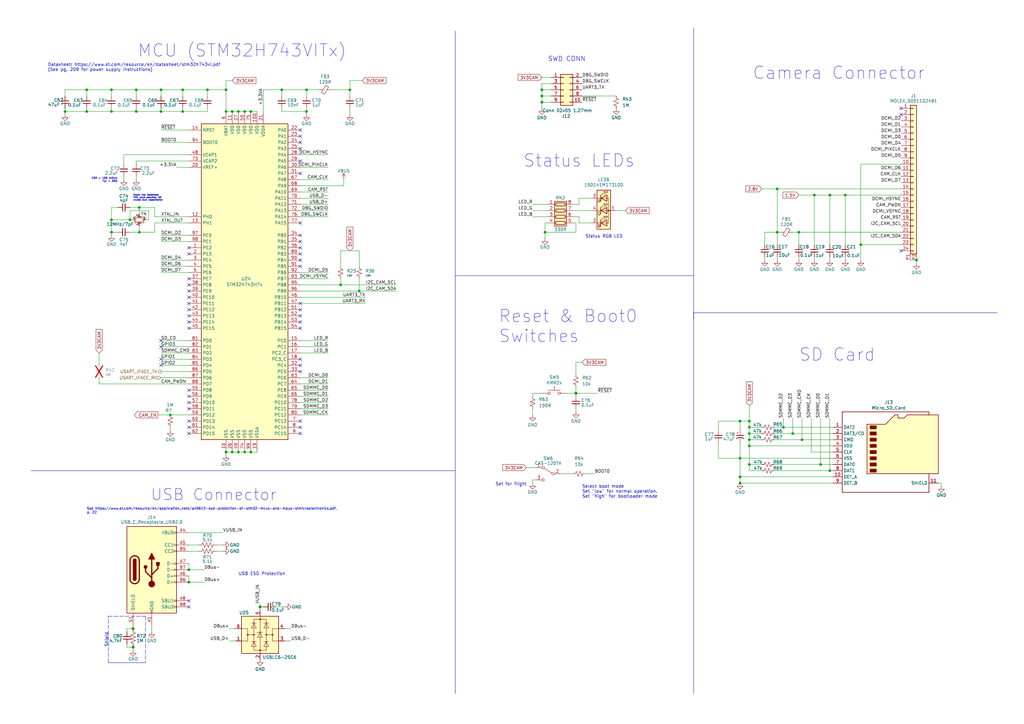
<source format=kicad_sch>
(kicad_sch (version 20231120) (generator "eeschema") (generator_version "8.0")
  (paper "A3")
  (title_block (title "ChipSat") (date "2024-05-30") (rev "0.2") (company "RExLab Carnegie Mellon University") (comment 1 "Z.Manchester") (comment 2 "N.Khera") (comment 3 "M.Holliday") (comment 4 "K.Kanavouras"))
  (junction (at 92.71 36.83))
  (junction (at 85.09 36.83))
  (junction (at 53.34 90.17))
  (junction (at 303.53 187.96))
  (junction (at 35.56 36.83))
  (junction (at 35.56 45.72))
  (junction (at 100.33 185.42))
  (junction (at 336.55 190.5))
  (junction (at 95.25 185.42))
  (junction (at 307.34 172.72))
  (junction (at 325.12 177.8))
  (junction (at 125.73 36.83))
  (junction (at 303.53 198.12))
  (junction (at 318.77 95.25))
  (junction (at 92.71 185.42))
  (junction (at 102.87 185.42))
  (junction (at 45.72 90.17))
  (junction (at 66.04 36.83))
  (junction (at 74.93 45.72))
  (junction (at 77.47 233.68))
  (junction (at 100.33 45.72))
  (junction (at 92.71 45.72))
  (junction (at 222.25 36.83))
  (junction (at 307.34 175.26))
  (junction (at 147.32 119.38))
  (junction (at 340.36 80.01))
  (junction (at 318.77 77.47))
  (junction (at 327.66 95.25))
  (junction (at 55.88 36.83))
  (junction (at 303.53 195.58))
  (junction (at 54.61 257.81) (diameter 1.016))
  (junction (at 222.25 41.91))
  (junction (at 106.68 248.92) (diameter 1.016))
  (junction (at 97.79 185.42))
  (junction (at 236.22 161.29) (diameter 1.016))
  (junction (at 57.15 85.09))
  (junction (at 26.67 45.72))
  (junction (at 222.25 39.37))
  (junction (at 223.52 95.25))
  (junction (at 375.92 106.68))
  (junction (at 95.25 45.72))
  (junction (at 45.72 45.72))
  (junction (at 54.61 265.43) (diameter 1.016))
  (junction (at 57.15 95.25))
  (junction (at 143.51 36.83))
  (junction (at 328.93 180.34))
  (junction (at 125.73 45.72))
  (junction (at 303.53 172.72))
  (junction (at 307.34 182.88))
  (junction (at 340.36 193.04))
  (junction (at 45.72 36.83))
  (junction (at 97.79 45.72))
  (junction (at 346.71 80.01))
  (junction (at 66.04 45.72))
  (junction (at 139.7 116.84))
  (junction (at 321.31 175.26))
  (junction (at 353.06 100.33))
  (junction (at 74.93 36.83))
  (junction (at 334.01 80.01))
  (junction (at 45.72 95.25))
  (junction (at 55.88 45.72))
  (junction (at 77.47 238.76))
  (junction (at 307.34 177.8))
  (junction (at 102.87 45.72))
  (junction (at 69.85 170.18))
  (junction (at 307.34 180.34))
  (junction (at 307.34 190.5))
  (junction (at 115.57 36.83))
  (no_connect (at 123.19 71.12))
  (no_connect (at 77.47 116.84))
  (no_connect (at 77.47 160.02))
  (no_connect (at 77.47 119.38))
  (no_connect (at 77.47 162.56))
  (no_connect (at 123.19 91.44))
  (no_connect (at 123.19 99.06))
  (no_connect (at 123.19 149.86))
  (no_connect (at 77.47 165.1))
  (no_connect (at 123.19 60.96))
  (no_connect (at 77.47 104.14))
  (no_connect (at 66.04 147.32))
  (no_connect (at 123.19 177.8))
  (no_connect (at 77.47 172.72))
  (no_connect (at 77.47 127))
  (no_connect (at 123.19 124.46))
  (no_connect (at 123.19 109.22))
  (no_connect (at 66.04 149.86))
  (no_connect (at 369.57 102.87))
  (no_connect (at 77.47 114.3))
  (no_connect (at 123.19 106.68))
  (no_connect (at 77.47 175.26))
  (no_connect (at 123.19 53.34))
  (no_connect (at 77.47 101.6))
  (no_connect (at 123.19 129.54))
  (no_connect (at 123.19 134.62))
  (no_connect (at 123.19 101.6))
  (no_connect (at 77.47 177.8))
  (no_connect (at 77.47 129.54))
  (no_connect (at 123.19 104.14))
  (no_connect (at 123.19 55.88))
  (no_connect (at 77.47 248.92))
  (no_connect (at 123.19 127))
  (no_connect (at 66.04 142.24))
  (no_connect (at 123.19 132.08))
  (no_connect (at 77.47 167.64))
  (no_connect (at 123.19 96.52))
  (no_connect (at 123.19 147.32))
  (no_connect (at 77.47 132.08))
  (no_connect (at 123.19 58.42))
  (no_connect (at 123.19 172.72))
  (no_connect (at 123.19 175.26))
  (no_connect (at 77.47 246.38))
  (no_connect (at 77.47 134.62))
  (no_connect (at 123.19 152.4))
  (no_connect (at 369.57 46.99))
  (no_connect (at 369.57 44.45))
  (no_connect (at 66.04 139.7))
  (no_connect (at 77.47 124.46))
  (no_connect (at 123.19 66.04))
  (no_connect (at 77.47 121.92))
  (wire (pts (xy 35.56 45.72) (xy 26.67 45.72)))
  (wire (pts (xy 147.32 114.3) (xy 147.32 119.38)))
  (wire (pts (xy 346.71 80.01) (xy 369.57 80.01)))
  (wire (pts (xy 328.93 180.34) (xy 341.63 180.34)))
  (wire (pts (xy 52.07 264.16) (xy 52.07 265.43)))
  (wire (pts (xy 147.32 119.38) (xy 162.56 119.38)))
  (wire (pts (xy 327.66 80.01) (xy 334.01 80.01)))
  (wire (pts (xy 50.8 63.5) (xy 77.47 63.5)))
  (wire (pts (xy 53.34 90.17) (xy 53.34 86.36)))
  (wire (pts (xy 66.04 154.94) (xy 77.47 154.94)))
  (wire (pts (xy 45.72 95.25) (xy 45.72 96.52)))
  (wire (pts (xy 92.71 36.83) (xy 85.09 36.83)))
  (wire (pts (xy 222.25 161.29) (xy 218.44 161.29)))
  (wire (pts (xy 139.7 102.87) (xy 139.7 109.22)))
  (wire (pts (xy 223.52 91.44) (xy 223.52 95.25)))
  (wire (pts (xy 91.44 223.52) (xy 88.9 223.52)))
  (wire (pts (xy 375.92 106.68) (xy 375.92 107.95)))
  (polyline (pts (xy 44.45 252.73) (xy 59.69 252.73)) (stroke (width 0) (type dash)))
  (wire (pts (xy 234.95 88.9) (xy 237.49 88.9)))
  (wire (pts (xy 66.04 144.78) (xy 77.47 144.78)))
  (wire (pts (xy 92.71 185.42) (xy 95.25 185.42)))
  (wire (pts (xy 303.53 172.72) (xy 307.34 172.72)))
  (wire (pts (xy 26.67 44.45) (xy 26.67 45.72)))
  (wire (pts (xy 139.7 114.3) (xy 139.7 116.84)))
  (wire (pts (xy 232.41 161.29) (xy 236.22 161.29)))
  (wire (pts (xy 325.12 177.8) (xy 341.63 177.8)))
  (polyline (pts (xy 186.69 113.03) (xy 284.48 113.03)))
  (wire (pts (xy 307.34 177.8) (xy 312.42 177.8)))
  (wire (pts (xy 115.57 39.37) (xy 115.57 36.83)))
  (wire (pts (xy 336.55 171.45) (xy 336.55 190.5)))
  (wire (pts (xy 307.34 172.72) (xy 307.34 175.26)))
  (wire (pts (xy 294.64 176.53) (xy 294.64 172.72)))
  (wire (pts (xy 303.53 187.96) (xy 303.53 195.58)))
  (wire (pts (xy 373.38 106.68) (xy 375.92 106.68)))
  (wire (pts (xy 72.39 68.58) (xy 77.47 68.58)))
  (polyline (pts (xy 44.45 271.78) (xy 44.45 252.73)) (stroke (width 0) (type dash)))
  (wire (pts (xy 66.04 96.52) (xy 77.47 96.52)))
  (wire (pts (xy 85.09 44.45) (xy 85.09 45.72)))
  (wire (pts (xy 226.06 36.83) (xy 222.25 36.83)))
  (wire (pts (xy 222.25 39.37) (xy 226.06 39.37)))
  (wire (pts (xy 252.73 39.37) (xy 238.76 39.37)))
  (wire (pts (xy 317.5 177.8) (xy 325.12 177.8)))
  (wire (pts (xy 95.25 33.02) (xy 92.71 33.02)))
  (wire (pts (xy 97.79 185.42) (xy 100.33 185.42)))
  (wire (pts (xy 116.84 257.81) (xy 119.38 257.81)))
  (wire (pts (xy 134.62 142.24) (xy 123.19 142.24)))
  (wire (pts (xy 74.93 45.72) (xy 66.04 45.72)))
  (wire (pts (xy 55.88 66.04) (xy 77.47 66.04)))
  (wire (pts (xy 52.07 265.43) (xy 54.61 265.43)))
  (wire (pts (xy 218.44 86.36) (xy 224.79 86.36)))
  (wire (pts (xy 226.06 31.75) (xy 222.25 31.75)))
  (wire (pts (xy 307.34 175.26) (xy 312.42 175.26)))
  (wire (pts (xy 321.31 171.45) (xy 321.31 175.26)))
  (wire (pts (xy 139.7 116.84) (xy 162.56 116.84)))
  (wire (pts (xy 123.19 76.2) (xy 140.97 76.2)))
  (wire (pts (xy 353.06 100.33) (xy 369.57 100.33)))
  (wire (pts (xy 50.8 63.5) (xy 50.8 67.31)))
  (wire (pts (xy 334.01 80.01) (xy 334.01 100.33)))
  (wire (pts (xy 226.06 34.29) (xy 222.25 34.29)))
  (polyline (pts (xy 44.45 271.78) (xy 59.69 271.78)))
  (wire (pts (xy 106.68 250.19) (xy 106.68 248.92)))
  (wire (pts (xy 236.22 148.59) (xy 236.22 153.67)))
  (wire (pts (xy 35.56 39.37) (xy 35.56 36.83)))
  (wire (pts (xy 125.73 36.83) (xy 130.81 36.83)))
  (wire (pts (xy 40.64 157.48) (xy 40.64 154.94)))
  (wire (pts (xy 353.06 67.31) (xy 353.06 100.33)))
  (wire (pts (xy 238.76 148.59) (xy 236.22 148.59)))
  (wire (pts (xy 107.95 248.92) (xy 106.68 248.92)))
  (wire (pts (xy 125.73 44.45) (xy 125.73 45.72)))
  (wire (pts (xy 54.61 257.81) (xy 52.07 257.81)))
  (wire (pts (xy 134.62 83.82) (xy 123.19 83.82)))
  (wire (pts (xy 307.34 177.8) (xy 307.34 180.34)))
  (wire (pts (xy 92.71 45.72) (xy 95.25 45.72)))
  (wire (pts (xy 66.04 39.37) (xy 66.04 36.83)))
  (wire (pts (xy 77.47 231.14) (xy 77.47 233.68)))
  (wire (pts (xy 386.08 198.12) (xy 384.81 198.12)))
  (wire (pts (xy 317.5 193.04) (xy 340.36 193.04)))
  (wire (pts (xy 328.93 171.45) (xy 328.93 180.34)))
  (wire (pts (xy 303.53 195.58) (xy 303.53 198.12)))
  (wire (pts (xy 106.68 247.65) (xy 106.68 248.92)))
  (wire (pts (xy 317.5 175.26) (xy 321.31 175.26)))
  (wire (pts (xy 318.77 95.25) (xy 318.77 100.33)))
  (wire (pts (xy 35.56 44.45) (xy 35.56 45.72)))
  (wire (pts (xy 134.62 167.64) (xy 123.19 167.64)))
  (wire (pts (xy 55.88 39.37) (xy 55.88 36.83)))
  (wire (pts (xy 134.62 139.7) (xy 123.19 139.7)))
  (wire (pts (xy 66.04 152.4) (xy 77.47 152.4)))
  (wire (pts (xy 45.72 90.17) (xy 53.34 90.17)))
  (wire (pts (xy 222.25 41.91) (xy 222.25 39.37)))
  (wire (pts (xy 307.34 190.5) (xy 307.34 193.04)))
  (wire (pts (xy 340.36 105.41) (xy 340.36 106.68)))
  (wire (pts (xy 134.62 78.74) (xy 123.19 78.74)))
  (wire (pts (xy 307.34 182.88) (xy 341.63 182.88)))
  (wire (pts (xy 321.31 175.26) (xy 341.63 175.26)))
  (wire (pts (xy 95.25 45.72) (xy 97.79 45.72)))
  (wire (pts (xy 125.73 39.37) (xy 125.73 36.83)))
  (wire (pts (xy 107.95 36.83) (xy 115.57 36.83)))
  (wire (pts (xy 102.87 185.42) (xy 105.41 185.42)))
  (wire (pts (xy 325.12 171.45) (xy 325.12 177.8)))
  (wire (pts (xy 237.49 81.28) (xy 242.57 81.28)))
  (wire (pts (xy 63.5 91.44) (xy 63.5 95.25)))
  (wire (pts (xy 134.62 114.3) (xy 123.19 114.3)))
  (wire (pts (xy 97.79 45.72) (xy 100.33 45.72)))
  (wire (pts (xy 55.88 36.83) (xy 45.72 36.83)))
  (wire (pts (xy 240.03 194.31) (xy 243.84 194.31)))
  (wire (pts (xy 66.04 111.76) (xy 77.47 111.76)))
  (wire (pts (xy 54.61 265.43) (xy 54.61 266.7)))
  (wire (pts (xy 318.77 105.41) (xy 318.77 106.68)))
  (wire (pts (xy 123.19 121.92) (xy 149.86 121.92)))
  (wire (pts (xy 222.25 41.91) (xy 226.06 41.91)))
  (wire (pts (xy 123.19 119.38) (xy 147.32 119.38)))
  (wire (pts (xy 318.77 77.47) (xy 318.77 95.25)))
  (wire (pts (xy 139.7 102.87) (xy 147.32 102.87)))
  (wire (pts (xy 55.88 45.72) (xy 45.72 45.72)))
  (wire (pts (xy 294.64 181.61) (xy 294.64 187.96)))
  (wire (pts (xy 95.25 185.42) (xy 97.79 185.42)))
  (wire (pts (xy 307.34 166.37) (xy 307.34 172.72)))
  (wire (pts (xy 53.34 86.36) (xy 60.96 86.36)))
  (wire (pts (xy 74.93 44.45) (xy 74.93 45.72)))
  (wire (pts (xy 303.53 181.61) (xy 303.53 187.96)))
  (polyline (pts (xy 284.48 128.27) (xy 408.94 128.27)))
  (wire (pts (xy 353.06 67.31) (xy 369.57 67.31)))
  (wire (pts (xy 45.72 45.72) (xy 35.56 45.72)))
  (wire (pts (xy 40.64 157.48) (xy 77.47 157.48)))
  (wire (pts (xy 307.34 193.04) (xy 312.42 193.04)))
  (wire (pts (xy 125.73 46.99) (xy 125.73 45.72)))
  (wire (pts (xy 63.5 85.09) (xy 63.5 88.9)))
  (wire (pts (xy 77.47 236.22) (xy 77.47 238.76)))
  (wire (pts (xy 318.77 77.47) (xy 369.57 77.47)))
  (wire (pts (xy 134.62 154.94) (xy 123.19 154.94)))
  (wire (pts (xy 74.93 36.83) (xy 66.04 36.83)))
  (wire (pts (xy 53.34 90.17) (xy 54.61 90.17)))
  (wire (pts (xy 353.06 100.33) (xy 353.06 106.68)))
  (wire (pts (xy 332.74 185.42) (xy 341.63 185.42)))
  (wire (pts (xy 218.44 88.9) (xy 224.79 88.9)))
  (wire (pts (xy 45.72 90.17) (xy 45.72 95.25)))
  (wire (pts (xy 102.87 45.72) (xy 105.41 45.72)))
  (wire (pts (xy 66.04 99.06) (xy 77.47 99.06)))
  (wire (pts (xy 341.63 198.12) (xy 303.53 198.12)))
  (wire (pts (xy 48.26 85.09) (xy 45.72 85.09)))
  (wire (pts (xy 237.49 83.82) (xy 237.49 81.28)))
  (wire (pts (xy 66.04 147.32) (xy 77.47 147.32)))
  (wire (pts (xy 313.69 95.25) (xy 318.77 95.25)))
  (wire (pts (xy 66.04 53.34) (xy 77.47 53.34)))
  (wire (pts (xy 218.44 167.64) (xy 218.44 170.18)))
  (wire (pts (xy 222.25 44.45) (xy 222.25 41.91)))
  (wire (pts (xy 223.52 97.79) (xy 223.52 95.25)))
  (wire (pts (xy 236.22 161.29) (xy 236.22 162.56)))
  (wire (pts (xy 294.64 187.96) (xy 303.53 187.96)))
  (wire (pts (xy 92.71 33.02) (xy 92.71 36.83)))
  (wire (pts (xy 26.67 46.99) (xy 26.67 45.72)))
  (polyline (pts (xy 186.69 12.7) (xy 186.69 284.48)))
  (wire (pts (xy 340.36 80.01) (xy 340.36 100.33)))
  (wire (pts (xy 45.72 44.45) (xy 45.72 45.72)))
  (wire (pts (xy 334.01 105.41) (xy 334.01 106.68)))
  (wire (pts (xy 63.5 91.44) (xy 77.47 91.44)))
  (wire (pts (xy 313.69 105.41) (xy 313.69 106.68)))
  (wire (pts (xy 134.62 162.56) (xy 123.19 162.56)))
  (wire (pts (xy 237.49 83.82) (xy 234.95 83.82)))
  (wire (pts (xy 66.04 149.86) (xy 77.47 149.86)))
  (wire (pts (xy 307.34 182.88) (xy 307.34 190.5)))
  (wire (pts (xy 91.44 226.06) (xy 88.9 226.06)))
  (wire (pts (xy 63.5 95.25) (xy 57.15 95.25)))
  (wire (pts (xy 85.09 45.72) (xy 74.93 45.72)))
  (wire (pts (xy 52.07 257.81) (xy 52.07 259.08)))
  (wire (pts (xy 336.55 190.5) (xy 341.63 190.5)))
  (wire (pts (xy 115.57 44.45) (xy 115.57 45.72)))
  (wire (pts (xy 134.62 165.1) (xy 123.19 165.1)))
  (wire (pts (xy 93.98 257.81) (xy 96.52 257.81)))
  (wire (pts (xy 215.9 191.77) (xy 219.71 191.77)))
  (wire (pts (xy 222.25 36.83) (xy 222.25 39.37)))
  (wire (pts (xy 303.53 187.96) (xy 341.63 187.96)))
  (wire (pts (xy 77.47 238.76) (xy 83.82 238.76)))
  (wire (pts (xy 222.25 34.29) (xy 222.25 36.83)))
  (wire (pts (xy 134.62 81.28) (xy 123.19 81.28)))
  (wire (pts (xy 340.36 171.45) (xy 340.36 193.04)))
  (polyline (pts (xy 284.48 130.81) (xy 284.48 128.27)))
  (wire (pts (xy 236.22 167.64) (xy 236.22 168.91)))
  (wire (pts (xy 64.77 170.18) (xy 69.85 170.18)))
  (wire (pts (xy 100.33 185.42) (xy 102.87 185.42)))
  (wire (pts (xy 69.85 176.53) (xy 69.85 175.26)))
  (wire (pts (xy 57.15 87.63) (xy 57.15 85.09)))
  (wire (pts (xy 135.89 36.83) (xy 143.51 36.83)))
  (wire (pts (xy 340.36 80.01) (xy 346.71 80.01)))
  (wire (pts (xy 93.98 262.89) (xy 96.52 262.89)))
  (wire (pts (xy 313.69 100.33) (xy 313.69 95.25)))
  (wire (pts (xy 237.49 88.9) (xy 237.49 91.44)))
  (wire (pts (xy 218.44 196.85) (xy 219.71 196.85)))
  (wire (pts (xy 332.74 171.45) (xy 332.74 185.42)))
  (wire (pts (xy 340.36 193.04) (xy 341.63 193.04)))
  (polyline (pts (xy 59.69 252.73) (xy 59.69 271.78)) (stroke (width 0) (type dash)))
  (wire (pts (xy 45.72 85.09) (xy 45.72 90.17)))
  (wire (pts (xy 143.51 44.45) (xy 143.51 46.99)))
  (polyline (pts (xy 284.48 113.03) (xy 284.48 284.48)))
  (wire (pts (xy 143.51 33.02) (xy 143.51 36.83)))
  (wire (pts (xy 140.97 73.66) (xy 140.97 76.2)))
  (wire (pts (xy 53.34 85.09) (xy 57.15 85.09)))
  (wire (pts (xy 45.72 39.37) (xy 45.72 36.83)))
  (wire (pts (xy 134.62 88.9) (xy 123.19 88.9)))
  (wire (pts (xy 303.53 195.58) (xy 341.63 195.58)))
  (wire (pts (xy 134.62 73.66) (xy 123.19 73.66)))
  (wire (pts (xy 60.96 86.36) (xy 60.96 90.17)))
  (wire (pts (xy 26.67 39.37) (xy 26.67 36.83)))
  (wire (pts (xy 236.22 95.25) (xy 236.22 91.44)))
  (wire (pts (xy 85.09 36.83) (xy 74.93 36.83)))
  (polyline (pts (xy 12.7 193.04) (xy 186.69 193.04)))
  (wire (pts (xy 224.79 91.44) (xy 223.52 91.44)))
  (wire (pts (xy 62.23 256.54) (xy 62.23 259.08)))
  (wire (pts (xy 63.5 88.9) (xy 77.47 88.9)))
  (wire (pts (xy 45.72 36.83) (xy 35.56 36.83)))
  (wire (pts (xy 123.19 124.46) (xy 149.86 124.46)))
  (wire (pts (xy 346.71 80.01) (xy 346.71 100.33)))
  (wire (pts (xy 66.04 36.83) (xy 55.88 36.83)))
  (wire (pts (xy 81.28 223.52) (xy 77.47 223.52)))
  (wire (pts (xy 66.04 142.24) (xy 77.47 142.24)))
  (wire (pts (xy 134.62 160.02) (xy 123.19 160.02)))
  (wire (pts (xy 77.47 218.44) (xy 91.44 218.44)))
  (wire (pts (xy 327.66 95.25) (xy 369.57 95.25)))
  (wire (pts (xy 116.84 262.89) (xy 119.38 262.89)))
  (wire (pts (xy 134.62 86.36) (xy 123.19 86.36)))
  (wire (pts (xy 107.95 36.83) (xy 107.95 45.72)))
  (wire (pts (xy 134.62 157.48) (xy 123.19 157.48)))
  (wire (pts (xy 77.47 233.68) (xy 83.82 233.68)))
  (wire (pts (xy 334.01 80.01) (xy 340.36 80.01)))
  (wire (pts (xy 50.8 72.39) (xy 50.8 73.66)))
  (wire (pts (xy 123.19 116.84) (xy 139.7 116.84)))
  (wire (pts (xy 252.73 86.36) (xy 256.54 86.36)))
  (wire (pts (xy 66.04 109.22) (xy 77.47 109.22)))
  (wire (pts (xy 237.49 91.44) (xy 242.57 91.44)))
  (wire (pts (xy 307.34 180.34) (xy 312.42 180.34)))
  (wire (pts (xy 55.88 72.39) (xy 55.88 73.66)))
  (wire (pts (xy 35.56 36.83) (xy 26.67 36.83)))
  (wire (pts (xy 236.22 161.29) (xy 245.11 161.29)))
  (wire (pts (xy 113.03 248.92) (xy 116.84 248.92)))
  (wire (pts (xy 218.44 161.29) (xy 218.44 162.56)))
  (wire (pts (xy 115.57 36.83) (xy 125.73 36.83)))
  (wire (pts (xy 53.34 95.25) (xy 57.15 95.25)))
  (wire (pts (xy 57.15 95.25) (xy 57.15 92.71)))
  (wire (pts (xy 115.57 45.72) (xy 125.73 45.72)))
  (wire (pts (xy 307.34 180.34) (xy 307.34 182.88)))
  (wire (pts (xy 92.71 186.69) (xy 92.71 185.42)))
  (wire (pts (xy 143.51 39.37) (xy 143.51 36.83)))
  (wire (pts (xy 236.22 161.29) (xy 236.22 158.75)))
  (wire (pts (xy 147.32 102.87) (xy 147.32 109.22)))
  (wire (pts (xy 307.34 175.26) (xy 307.34 177.8)))
  (wire (pts (xy 66.04 45.72) (xy 55.88 45.72)))
  (wire (pts (xy 69.85 170.18) (xy 77.47 170.18)))
  (wire (pts (xy 318.77 95.25) (xy 320.04 95.25)))
  (wire (pts (xy 234.95 86.36) (xy 242.57 86.36)))
  (wire (pts (xy 294.64 172.72) (xy 303.53 172.72)))
  (wire (pts (xy 346.71 106.68) (xy 346.71 105.41)))
  (wire (pts (xy 92.71 36.83) (xy 92.71 45.72)))
  (wire (pts (xy 134.62 111.76) (xy 123.19 111.76)))
  (wire (pts (xy 66.04 106.68) (xy 77.47 106.68)))
  (wire (pts (xy 134.62 63.5) (xy 123.19 63.5)))
  (wire (pts (xy 54.61 256.54) (xy 54.61 257.81)))
  (wire (pts (xy 229.87 194.31) (xy 234.95 194.31)))
  (wire (pts (xy 148.59 33.02) (xy 143.51 33.02)))
  (wire (pts (xy 303.53 172.72) (xy 303.53 176.53)))
  (polyline (pts (xy 284.48 11.43) (xy 284.48 113.03)))
  (wire (pts (xy 55.88 44.45) (xy 55.88 45.72)))
  (wire (pts (xy 223.52 95.25) (xy 236.22 95.25)))
  (wire (pts (xy 40.64 149.86) (xy 40.64 144.78)))
  (wire (pts (xy 55.88 67.31) (xy 55.88 66.04)))
  (wire (pts (xy 74.93 39.37) (xy 74.93 36.83)))
  (wire (pts (xy 317.5 190.5) (xy 336.55 190.5)))
  (wire (pts (xy 134.62 144.78) (xy 123.19 144.78)))
  (wire (pts (xy 81.28 226.06) (xy 77.47 226.06)))
  (wire (pts (xy 312.42 77.47) (xy 318.77 77.47)))
  (wire (pts (xy 327.66 105.41) (xy 327.66 106.68)))
  (wire (pts (xy 218.44 198.12) (xy 218.44 196.85)))
  (wire (pts (xy 45.72 95.25) (xy 48.26 95.25)))
  (wire (pts (xy 325.12 95.25) (xy 327.66 95.25)))
  (wire (pts (xy 66.04 44.45) (xy 66.04 45.72)))
  (wire (pts (xy 134.62 68.58) (xy 123.19 68.58)))
  (wire (pts (xy 386.08 199.39) (xy 386.08 198.12)))
  (wire (pts (xy 307.34 190.5) (xy 312.42 190.5)))
  (wire (pts (xy 66.04 139.7) (xy 77.47 139.7)))
  (wire (pts (xy 317.5 180.34) (xy 328.93 180.34)))
  (wire (pts (xy 218.44 83.82) (xy 224.79 83.82)))
  (wire (pts (xy 60.96 90.17) (xy 59.69 90.17)))
  (wire (pts (xy 85.09 39.37) (xy 85.09 36.83)))
  (wire (pts (xy 134.62 170.18) (xy 123.19 170.18)))
  (wire (pts (xy 100.33 45.72) (xy 102.87 45.72)))
  (wire (pts (xy 236.22 91.44) (xy 234.95 91.44)))
  (wire (pts (xy 327.66 100.33) (xy 327.66 95.25)))
  (wire (pts (xy 57.15 85.09) (xy 63.5 85.09)))
  (wire (pts (xy 66.04 58.42) (xy 77.47 58.42)))
  (text "Reset & Boot0\nSwitches" (at 204.47 140.97 0) (effects (font (size 5.08 5.08)) (justify left bottom)))
  (text "Select boot mode\nSet \"low\" for normal operation.\nSet \"high\" for bootloader mode" (at 238.76 204.47 0) (effects (font (size 1.27 1.27)) (justify left bottom)))
  (text "ESR < 100 mOhm\nTol < 20%" (at 48.26 74.93 0) (effects (font (size 0.762 0.762)) (justify right bottom)))
  (text "Shield" (at 44.45 265.43 90) (effects (font (size 1.27 1.27)) (justify left bottom)))
  (text "See https://www.st.com/resource/en/application_note/an5612-esd-protection-of-stm32-mcus-and-mpus-stmicroelectronics.pdf,\np. 22" (at 35.56 209.55 0) (effects (font (size 1 1)) (justify left)))
  (text "Status RGB LED" (at 240.03 97.79 0) (effects (font (size 1.27 1.27)) (justify left bottom)))
  (text "USB ESD Protection" (at 97.79 236.22 0) (effects (font (size 1.27 1.27)) (justify left bottom)))
  (text "SD Card" (at 327.66 148.59 0) (effects (font (size 5.08 5.08)) (justify left bottom)))
  (text "Status LEDs" (at 237.49 66.04 0) (effects (font (size 5.08 5.08))))
  (text "Set for flight" (at 203.2 199.39 0) (effects (font (size 1.27 1.27)) (justify left bottom)))
  (text "SWD CONN" (at 224.79 25.4 0) (effects (font (size 1.905 1.905)) (justify left bottom)))
  (text "USB Connector" (at 87.63 205.74 0) (effects (font (size 4.572 4.572)) (justify bottom)))
  (text "MCU (STM32H743VITx)" (at 56.388 23.876 0) (effects (font (size 5.08 5.08)) (justify left bottom)))
  (text "Datasheet: https://www.st.com/resource/en/datasheet/stm32h743vi.pdf\n(See pg. 209 for power supply instructions)" (at 19.558 27.686 0) (effects (font (size 1.27 1.27)) (justify left)))
  (text "Check Xtal Datasheet\nThis value assumes 7pF \ncrystal bulk capacitance" (at 54.61 82.55 0) (effects (font (size 0.635 0.635)) (justify left bottom)))
  (text "Camera Connector" (at 308.61 33.02 0) (effects (font (size 5.08 5.08)) (justify left bottom)))
  (label "LED_R" (at 134.62 139.7 180))
  (label "VUSB_IN" (at 91.44 218.44 0))
  (label "SDMMC_CK" (at 134.62 170.18 180))
  (label "GPIO2" (at 66.04 149.86 0))
  (label "DCMI_D2" (at 369.57 49.53 180))
  (label "LED_G" (at 134.62 142.24 180))
  (label "SDMMC_D3" (at 325.12 171.45 90))
  (label "DCMI_D4" (at 66.04 106.68 0))
  (label "DCMI_D5" (at 369.57 64.77 180))
  (label "DCMI_VSYNC" (at 134.62 114.3 180))
  (label "UART3_TX" (at 149.86 121.92 180))
  (label "DCMI_D4" (at 369.57 59.69 180))
  (label "SDMMC_CK" (at 332.74 171.45 90))
  (label "UART3_RX" (at 149.86 124.46 180))
  (label "USB_D-" (at 134.62 81.28 180))
  (label "~{RESET}" (at 66.04 53.34 0))
  (label "DCMI_HSYNC" (at 134.62 63.5 180))
  (label "SDMMC_D2" (at 321.31 171.45 90))
  (label "USB_D+" (at 93.98 262.89 180))
  (label "DCMI_D7" (at 369.57 74.93 180))
  (label "SDMMC_D2" (at 134.62 165.1 180))
  (label "I2C_CAM_SCL" (at 369.57 92.71 180))
  (label "USB_D+" (at 134.62 83.82 180))
  (label "XTAL_OUT" (at 66.04 91.44 0))
  (label "SDMMC_D3" (at 134.62 167.64 180))
  (label "USB_D-" (at 119.38 262.89 0))
  (label "BOOT0" (at 66.04 58.42 0))
  (label "SDMMC_D0" (at 336.55 171.45 90))
  (label "LED_G" (at 218.44 86.36 180))
  (label "BOOT0" (at 243.84 194.31 0))
  (label "I2C_CAM_SCL" (at 162.56 116.84 180))
  (label "+3.3VA" (at 107.95 43.18 90))
  (label "CAM_PWDN" (at 369.57 85.09 180))
  (label "CAM_PWDN" (at 66.04 157.48 0))
  (label "UART3_TX" (at 238.76 36.83 0))
  (label "DCMI_D6" (at 369.57 69.85 180))
  (label "DCMI_D1" (at 134.62 157.48 180))
  (label "SDMMC_D1" (at 134.62 162.56 180))
  (label "SDMMC_D0" (at 134.62 160.02 180))
  (label "DCMI_D7" (at 66.04 111.76 0))
  (label "DCMI_D3" (at 369.57 54.61 180))
  (label "DCMI_D0" (at 134.62 154.94 180))
  (label "DBG_SWDIO" (at 134.62 86.36 180))
  (label "DBus+" (at 93.98 257.81 180))
  (label "DCMI_PIXCLK" (at 369.57 62.23 180))
  (label "CAM_RST" (at 369.57 90.17 180))
  (label "DCMI_D1" (at 369.57 52.07 180))
  (label "VUSB_IN" (at 106.68 247.65 90))
  (label "DBus+" (at 83.82 238.76 0))
  (label "DBG_SWCLK" (at 134.62 88.9 180))
  (label "DCMI_D3" (at 66.04 99.06 0))
  (label "SDMMC_CMD" (at 66.04 144.78 0))
  (label "DBus-" (at 119.38 257.81 0))
  (label "SD_CD" (at 66.04 139.7 0))
  (label "SDMMC_CMD" (at 328.93 171.45 90))
  (label "CAM_CLK" (at 134.62 73.66 180))
  (label "GPIO3" (at 66.04 142.24 0))
  (label "DCMI_D2" (at 66.04 96.52 0))
  (label "I2C_CAM_SDA" (at 369.57 97.79 180))
  (label "DBG_SWDIO" (at 238.76 31.75 0))
  (label "DCMI_HSYNC" (at 369.57 82.55 180))
  (label "LED_B" (at 218.44 88.9 180))
  (label "~{RESET}" (at 245.11 161.29 0))
  (label "DBus-" (at 83.82 233.68 0))
  (label "DCMI_PIXCLK" (at 134.62 68.58 180))
  (label "LED_B" (at 134.62 144.78 180))
  (label "DCMI_D0" (at 369.57 57.15 180))
  (label "DCMI_D6" (at 66.04 109.22 0))
  (label "I2C_CAM_SDA" (at 162.56 119.38 180))
  (label "CAM_CLK" (at 369.57 72.39 180))
  (label "XTAL_IN" (at 66.04 88.9 0))
  (label "CAM_RST" (at 134.62 78.74 180))
  (label "DCMI_VSYNC" (at 369.57 87.63 180))
  (label "GPIO1" (at 66.04 147.32 0))
  (label "LED_R" (at 218.44 83.82 180))
  (label "+3.3VA" (at 72.39 68.58 180))
  (label "DCMI_D5" (at 134.62 111.76 180))
  (label "SDMMC_D1" (at 340.36 171.45 90))
  (label "DBG_SWCLK" (at 238.76 34.29 0))
  (label "~{RESET}" (at 238.76 41.91 0))
  (global_label "3V3CAM" (shape input) (at 256.54 86.36 0) (property "Intersheetrefs" "${INTERSHEET_REFS}" (effects (hide yes))))
  (global_label "CAM_EN" (shape output) (at 64.77 170.18 180) (property "Intersheetrefs" "${INTERSHEET_REFS}" (effects (hide yes))))
  (global_label "2.8V" (shape input) (at 312.42 77.47 180) (property "Intersheetrefs" "${INTERSHEET_REFS}" (effects (hide yes))))
  (global_label "1.5V" (shape input) (at 327.66 80.01 180) (property "Intersheetrefs" "${INTERSHEET_REFS}" (effects (hide yes))))
  (global_label "3V3CAM" (shape input) (at 148.59 33.02 0) (property "Intersheetrefs" "${INTERSHEET_REFS}" (effects (hide yes))))
  (global_label "3V3CAM" (shape input) (at 143.51 102.87 90) (property "Intersheetrefs" "${INTERSHEET_REFS}" (effects (hide yes))))
  (global_label "3V3CAM" (shape input) (at 40.64 144.78 90) (property "Intersheetrefs" "${INTERSHEET_REFS}" (effects (hide yes))))
  (global_label "3V3CAM" (shape input) (at 238.76 148.59 0) (property "Intersheetrefs" "${INTERSHEET_REFS}" (effects (hide yes))))
  (global_label "3V3CAM" (shape input) (at 307.34 166.37 90) (property "Intersheetrefs" "${INTERSHEET_REFS}" (effects (hide yes))))
  (global_label "3V3CAM" (shape input) (at 222.25 31.75 180) (property "Intersheetrefs" "${INTERSHEET_REFS}" (effects (hide yes))))
  (global_label "3V3CAM" (shape input) (at 95.25 33.02 0) (property "Intersheetrefs" "${INTERSHEET_REFS}" (effects (hide yes))))
  (global_label "3V3CAM" (shape input) (at 215.9 191.77 180) (property "Intersheetrefs" "${INTERSHEET_REFS}" (effects (hide yes))))
  (hierarchical_label "USART_IFACE_RX" (shape input) (at 66.04 154.94 180))
  (hierarchical_label "USART_IFACE_TX" (shape output) (at 66.04 152.4 180))
  (symbol (lib_id "Device:C_Small") (at 143.51 41.91 0) (mirror x) (unit 1)
    (property "Reference" "C71" (at 147.574 41.148 0))
    (property "Value" "1uF" (at 147.574 43.053 0))
    (property "Footprint" "Capacitor_SMD:C_0603_1608Metric" (effects (hide yes)))
  )
  (symbol (lib_id "Device:R_Small_US") (at 314.96 177.8 90) (unit 1)
    (property "Reference" "R66" (at 319.024 176.784 90))
    (property "Value" "47k" (at 310.642 176.784 90))
    (property "Footprint" "Resistor_SMD:R_0603_1608Metric" (effects (hide yes)))
    (property "Description" "Resistor, small US symbol" (effects (hide yes)))
    (property "Manufacturer_Part_Number" "ERJ-3GEYJ473V" (effects (hide yes)))
  )
  (symbol (lib_id "Device:C_Small") (at 35.56 41.91 180) (unit 1)
    (property "Reference" "C63" (at 32.131 41.148 0))
    (property "Value" "0.1uF" (at 30.607 43.053 0))
    (property "Footprint" "Capacitor_SMD:C_0603_1608Metric" (effects (hide yes)))
  )
  (symbol (lib_id "Connector_Generic:Conn_02x05_Odd_Even") (at 231.14 36.83 0) (unit 1)
    (property "Reference" "J12" (at 232.156 47.625 0))
    (property "Value" "Conn 02x05 1.27mm" (at 232.664 45.339 0))
    (property "Footprint" "Connector_PinHeader_1.27mm:PinHeader_2x05_P1.27mm_Vertical_SMD" (effects (hide yes)))
    (property "Manufacturer_Part_Number" "FTSH-105-01-L-DV-007-K" (effects (hide yes)))
  )
  (symbol (lib_id "power:GND") (at 106.68 270.51 0) (unit 1)
    (property "Reference" "#PWR0174" (effects (hide yes)))
    (property "Value" "GND" (at 106.68 274.447 0))
  )
  (symbol (lib_id "Device:C_Small") (at 52.07 261.62 180) (unit 1)
    (property "Reference" "C80" (at 48.26 260.858 0))
    (property "Value" "4.7nF" (at 47.498 262.763 0))
    (property "Footprint" "Capacitor_SMD:C_0603_1608Metric" (effects (hide yes)))
    (property "Manufacturer_Part_Number" "GRM1885C1H472JA01D" (effects (hide yes)))
  )
  (symbol (lib_id "cameraboard:MOLEX_5051102491") (at 374.65 72.39 0) (unit 1)
    (property "Reference" "J1" (at 373.507 39.37 0) (effects (justify left)))
    (property "Value" "MOLEX_5051102491" (at 364.998 41.402 0) (effects (justify left)))
    (property "Footprint" "cameraboard:MOLEX_5051102491" (effects (hide yes)))
    (property "Manufacturer_Part_Number" "5051102491" (effects (hide yes)))
  )
  (symbol (lib_id "Device:C_Small") (at 50.8 69.85 180) (unit 1)
    (property "Reference" "C72" (at 47.244 69.088 0))
    (property "Value" "2.2uF" (at 45.72 70.993 0))
    (property "Footprint" "Capacitor_SMD:C_0603_1608Metric" (effects (hide yes)))
  )
  (symbol (lib_id "Device:C_Small") (at 110.49 248.92 270) (unit 1)
    (property "Reference" "C79" (at 113.284 247.777 90))
    (property "Value" "0.1uF" (at 114.046 250.19 90))
    (property "Footprint" "Capacitor_SMD:C_0603_1608Metric" (effects (hide yes)))
    (property "Manufacturer_Part_Number" "GCM188L81H104KA57D" (effects (hide yes)))
  )
  (symbol (lib_id "power:GND") (at 69.85 176.53 0) (unit 1)
    (property "Reference" "#PWR029" (effects (hide yes)))
    (property "Value" "GND" (at 71.882 180.34 0) (effects (justify right)))
  )
  (symbol (lib_id "Connector:Micro_SD_Card_Det2") (at 364.49 185.42 0) (unit 1)
    (property "Reference" "J13" (at 364.49 164.973 0))
    (property "Value" "Micro_SD_Card" (at 364.49 167.2844 0))
    (property "Footprint" "mainboard:microSD_104031-0811" (effects (hide yes)))
    (property "Datasheet" "https://www.hirose.com/en/product/document?clcode=&productname=&series=DM3&documenttype=Catalog&lang=en&documentid=D49662_en" (effects (hide yes)))
    (property "Manufacturer_Part_Number" "1040310811" (effects (hide yes)))
  )
  (symbol (lib_id "power:GND") (at 327.66 106.68 0) (unit 1)
    (property "Reference" "#PWR019" (effects (hide yes)))
    (property "Value" "GND" (at 329.692 110.49 0) (effects (justify right)))
  )
  (symbol (lib_id "power:GND") (at 91.44 223.52 90) (unit 1)
    (property "Reference" "#PWR0169" (effects (hide yes)))
    (property "Value" "GND" (at 96.266 223.52 90))
  )
  (symbol (lib_id "Device:C_Small") (at 334.01 102.87 0) (unit 1)
    (property "Reference" "C19" (at 334.391 101.219 0) (effects (justify left)))
    (property "Value" "1uF" (at 334.518 104.775 0) (effects (justify left)))
    (property "Footprint" "Capacitor_SMD:C_0603_1608Metric" (effects (hide yes)))
    (property "Manufacturer_Part_Number" "GCM188R71E105KA64D" (effects (hide yes)))
  )
  (symbol (lib_id "Connector:USB_C_Receptacle_USB2.0") (at 62.23 233.68 0) (unit 1)
    (property "Reference" "J14" (at 62.23 212.2002 0))
    (property "Value" "USB_C_Receptacle_USB2.0" (at 62.23 214.122 0))
    (property "Footprint" "Connector_USB:USB_C_Receptacle_HRO_TYPE-C-31-M-12" (effects (hide yes)))
    (property "Datasheet" "https://www.usb.org/sites/default/files/documents/usb_type-c.zip" (effects (hide yes)))
    (property "Manufacturer_Part_Number" "USB4105-GF-A" (effects (hide yes)))
  )
  (symbol (lib_id "power:GND") (at 236.22 168.91 0) (unit 1)
    (property "Reference" "#PWR0162" (effects (hide yes)))
    (property "Value" "GND" (at 236.22 172.72 0))
  )
  (symbol (lib_id "power:GND") (at 386.08 199.39 0) (unit 1)
    (property "Reference" "#PWR0168" (effects (hide yes)))
    (property "Value" "GND" (at 386.08 203.073 0))
  )
  (symbol (lib_id "power:GND") (at 222.25 44.45 0) (unit 1)
    (property "Reference" "#PWR0159" (effects (hide yes)))
    (property "Value" "GND" (at 222.25 48.26 0))
  )
  (symbol (lib_id "power:GND") (at 92.71 186.69 0) (unit 1)
    (property "Reference" "#PWR0155" (effects (hide yes)))
    (property "Value" "GND" (at 92.71 190.373 0))
  )
  (symbol (lib_id "Device:R_Small_US") (at 252.73 41.91 0) (unit 1)
    (property "Reference" "R43" (at 255.27 40.6399 0) (effects (justify left)))
    (property "Value" "1M" (at 255.27 43.1799 0) (effects (justify left)))
    (property "Footprint" "Resistor_SMD:R_0603_1608Metric" (effects (hide yes)))
    (property "Description" "Resistor, small US symbol" (effects (hide yes)))
  )
  (symbol (lib_id "Device:LED_ABRG") (at 247.65 86.36 0) (unit 1)
    (property "Reference" "LED6" (at 247.65 73.66 0))
    (property "Value" "150141M173100" (at 247.65 75.819 0))
    (property "Footprint" "LED_SMD:LED_RGB_Wuerth-PLCC4_3.2x2.8mm_150141M173100" (effects (hide yes)))
    (property "Manufacturer_Part_Number" "150141M173100" (effects (hide yes)))
  )
  (symbol (lib_id "power:GND") (at 334.01 106.68 0) (unit 1)
    (property "Reference" "#PWR020" (effects (hide yes)))
    (property "Value" "GND" (at 336.042 110.49 0) (effects (justify right)))
  )
  (symbol (lib_id "power:GND") (at 353.06 106.68 0) (unit 1)
    (property "Reference" "#PWR023" (effects (hide yes)))
    (property "Value" "GND" (at 355.092 110.49 0) (effects (justify right)))
  )
  (symbol (lib_id "power:GND") (at 375.92 107.95 0) (unit 1)
    (property "Reference" "#PWR024" (effects (hide yes)))
    (property "Value" "GND" (at 377.952 111.76 0) (effects (justify right)))
  )
  (symbol (lib_id "Device:C_Small") (at 294.64 179.07 180) (unit 1)
    (property "Reference" "C77" (at 288.925 178.181 0) (effects (justify right)))
    (property "Value" "1uF" (at 289.052 179.959 0) (effects (justify right)))
    (property "Footprint" "Capacitor_SMD:C_0603_1608Metric" (effects (hide yes)))
    (property "Manufacturer_Part_Number" "GCM188R71E105KA64D" (effects (hide yes)))
  )
  (symbol (lib_id "Device:R_Small_US") (at 236.22 156.21 0) (unit 1)
    (property "Reference" "R62" (at 238.76 154.9399 0) (effects (justify left)))
    (property "Value" "10k" (at 238.76 157.4799 0) (effects (justify left)))
    (property "Footprint" "Resistor_SMD:R_0603_1608Metric" (effects (hide yes)))
    (property "Description" "Resistor, small US symbol" (effects (hide yes)))
    (property "Manufacturer_Part_Number" "ERJ-3EKF1002V" (effects (hide yes)))
  )
  (symbol (lib_id "Device:R_Small_US") (at 218.44 165.1 0) (unit 1)
    (property "Reference" "R63" (at 220.98 163.8299 0) (effects (justify left)))
    (property "Value" "100R" (at 220.98 166.3699 0) (effects (justify left)))
    (property "Footprint" "Resistor_SMD:R_0603_1608Metric" (effects (hide yes)))
    (property "Description" "Resistor, small US symbol" (effects (hide yes)))
    (property "Manufacturer_Part_Number" "ERJ-3EKF1002V" (effects (hide yes)))
  )
  (symbol (lib_id "Device:C_Small") (at 313.69 102.87 0) (unit 1)
    (property "Reference" "C16" (at 313.944 101.219 0) (effects (justify left)))
    (property "Value" "1uF" (at 314.071 104.648 0) (effects (justify left)))
    (property "Footprint" "Capacitor_SMD:C_0603_1608Metric" (effects (hide yes)))
    (property "Manufacturer_Part_Number" "GCM188R71E105KA64D" (effects (hide yes)))
  )
  (symbol (lib_id "Device:C_Polarized_Small_US") (at 26.67 41.91 0) (unit 1)
    (property "Reference" "C62" (at 22.098 41.021 0) (effects (justify left)))
    (property "Value" "47uF" (at 19.685 42.926 0) (effects (justify left)))
    (property "Footprint" "Capacitor_Tantalum_SMD:CP_EIA-2012-12_Kemet-R" (effects (hide yes)))
  )
  (symbol (lib_id "power:GND") (at 303.53 198.12 0) (unit 1)
    (property "Reference" "#PWR0167" (effects (hide yes)))
    (property "Value" "GND" (at 305.562 201.93 0) (effects (justify right)))
  )
  (symbol (lib_id "power:GND") (at 252.73 44.45 0) (unit 1)
    (property "Reference" "#PWR0160" (effects (hide yes)))
    (property "Value" "GND" (at 252.73 48.26 0))
  )
  (symbol (lib_id "Device:C_Small") (at 85.09 41.91 180) (unit 1)
    (property "Reference" "C68" (at 81.661 41.148 0))
    (property "Value" "0.1uF" (at 80.137 43.053 0))
    (property "Footprint" "Capacitor_SMD:C_0603_1608Metric" (effects (hide yes)))
  )
  (symbol (lib_id "power:GND") (at 62.23 259.08 0) (unit 1)
    (property "Reference" "#PWR0172" (effects (hide yes)))
    (property "Value" "GND" (at 62.23 262.763 0))
  )
  (symbol (lib_id "power:GND") (at 313.69 106.68 0) (unit 1)
    (property "Reference" "#PWR017" (effects (hide yes)))
    (property "Value" "GND" (at 315.722 110.49 0) (effects (justify right)))
  )
  (symbol (lib_id "Device:C_Small") (at 50.8 95.25 270) (unit 1)
    (property "Reference" "C75" (at 50.8 98.298 90))
    (property "Value" "4pF" (at 50.8 100.076 90))
    (property "Footprint" "Capacitor_SMD:C_0603_1608Metric" (effects (hide yes)))
  )
  (symbol (lib_id "Device:C_Small") (at 340.36 102.87 0) (unit 1)
    (property "Reference" "C20" (at 341.249 101.346 0) (effects (justify left)))
    (property "Value" "10uF" (at 341.376 104.902 0) (effects (justify left)))
    (property "Footprint" "Capacitor_SMD:C_0603_1608Metric" (effects (hide yes)))
    (property "Manufacturer_Part_Number" "GRT188R61C106ME13D" (effects (hide yes)))
  )
  (symbol (lib_id "power:GND") (at 218.44 170.18 0) (unit 1)
    (property "Reference" "#PWR0163" (effects (hide yes)))
    (property "Value" "GND" (at 218.44 174.244 0))
  )
  (symbol (lib_id "Device:C_Small") (at 74.93 41.91 180) (unit 1)
    (property "Reference" "C67" (at 71.501 41.148 0))
    (property "Value" "0.1uF" (at 69.977 43.053 0))
    (property "Footprint" "Capacitor_SMD:C_0603_1608Metric" (effects (hide yes)))
  )
  (symbol (lib_id "power:GND") (at 91.44 226.06 90) (unit 1)
    (property "Reference" "#PWR0170" (effects (hide yes)))
    (property "Value" "GND" (at 96.266 226.06 90))
  )
  (symbol (lib_id "power:GND") (at 340.36 106.68 0) (unit 1)
    (property "Reference" "#PWR021" (effects (hide yes)))
    (property "Value" "GND" (at 342.392 110.49 0) (effects (justify right)))
  )
  (symbol (lib_id "Switch:SW_Push") (at 227.33 161.29 0) (unit 1)
    (property "Reference" "SW5" (at 227.33 154.686 0))
    (property "Value" "KMR2x" (at 227.33 156.9974 0))
    (property "Footprint" "mainboard:BTN_KMR2" (effects (hide yes)))
    (property "Manufacturer_Part_Number" "KMR231NG LFS" (effects (hide yes)))
  )
  (symbol (lib_id "Device:R_US") (at 85.09 223.52 90) (unit 1)
    (property "Reference" "R70" (at 85.09 219.583 90))
    (property "Value" "5.1k" (at 85.09 221.361 90))
    (property "Footprint" "Resistor_SMD:R_0603_1608Metric" (effects (hide yes)))
    (property "Manufacturer_Part_Number" "ERJ-3GEYJ512V" (effects (hide yes)))
  )
  (symbol (lib_id "power:GND") (at 54.61 266.7 0) (unit 1)
    (property "Reference" "#PWR0173" (effects (hide yes)))
    (property "Value" "GND" (at 54.61 270.256 0))
  )
  (symbol (lib_id "Switch:SW_SPDT") (at 224.79 194.31 0) (mirror y) (unit 1)
    (property "Reference" "SW6" (at 224.79 187.96 0))
    (property "Value" "CAS-120TA" (at 224.79 189.992 0))
    (property "Footprint" "cameraboard:CAS-120TA" (effects (hide yes)))
    (property "Manufacturer_Part_Number" "CAS-120TA" (effects (hide yes)))
  )
  (symbol (lib_id "Device:R_Small_US") (at 237.49 194.31 90) (unit 1)
    (property "Reference" "R64" (at 237.49 187.96 90))
    (property "Value" "10k" (at 237.49 190.5 90))
    (property "Footprint" "Resistor_SMD:R_0603_1608Metric" (effects (hide yes)))
    (property "Description" "Resistor, small US symbol" (effects (hide yes)))
    (property "Manufacturer_Part_Number" "ERJ-3EKF1002V" (effects (hide yes)))
  )
  (symbol (lib_id "Device:C_Small") (at 318.77 102.87 0) (unit 1)
    (property "Reference" "C17" (at 319.151 101.219 0) (effects (justify left)))
    (property "Value" "10uF" (at 319.278 104.648 0) (effects (justify left)))
    (property "Footprint" "Capacitor_SMD:C_0603_1608Metric" (effects (hide yes)))
    (property "Manufacturer_Part_Number" "GRT188R61C106ME13D" (effects (hide yes)))
  )
  (symbol (lib_id "power:GND") (at 143.51 46.99 0) (unit 1)
    (property "Reference" "#PWR0145" (effects (hide yes)))
    (property "Value" "GND" (at 143.51 50.673 0))
  )
  (symbol (lib_id "power:GND") (at 218.44 198.12 0) (unit 1)
    (property "Reference" "#PWR0165" (effects (hide yes)))
    (property "Value" "GND" (at 218.44 201.803 0))
  )
  (symbol (lib_id "Device:R_US") (at 54.61 261.62 180) (unit 1)
    (property "Reference" "R72" (at 57.912 260.858 0))
    (property "Value" "1M" (at 57.404 262.763 0))
    (property "Footprint" "Resistor_SMD:R_0603_1608Metric" (effects (hide yes)))
    (property "Manufacturer_Part_Number" "ERJ-3EKF1004V" (effects (hide yes)))
  )
  (symbol (lib_id "Device:C_Small") (at 236.22 165.1 0) (unit 1)
    (property "Reference" "C76" (at 240.284 164.211 0))
    (property "Value" "0.1uF" (at 241.046 166.116 0))
    (property "Footprint" "Capacitor_SMD:C_0603_1608Metric" (effects (hide yes)))
    (property "Manufacturer_Part_Number" "GCM188L81H104KA57D" (effects (hide yes)))
  )
  (symbol (lib_id "power:GND") (at 26.67 46.99 0) (unit 1)
    (property "Reference" "#PWR0146" (effects (hide yes)))
    (property "Value" "GND" (at 26.67 50.673 0))
  )
  (symbol (lib_id "power:GND") (at 45.72 96.52 0) (unit 1)
    (property "Reference" "#PWR0151" (effects (hide yes)))
    (property "Value" "GND" (at 45.72 100.203 0))
  )
  (symbol (lib_id "power:GND") (at 125.73 46.99 0) (unit 1)
    (property "Reference" "#PWR0144" (effects (hide yes)))
    (property "Value" "GND" (at 125.73 50.673 0))
  )
  (symbol (lib_id "Device:C_Small") (at 125.73 41.91 0) (mirror x) (unit 1)
    (property "Reference" "C70" (at 129.794 41.148 0))
    (property "Value" "1uF" (at 129.794 43.053 0))
    (property "Footprint" "Capacitor_SMD:C_0603_1608Metric" (effects (hide yes)))
  )
  (symbol (lib_id "Device:C_Small") (at 115.57 41.91 0) (mirror x) (unit 1)
    (property "Reference" "C69" (at 119.761 41.148 0))
    (property "Value" "10nF" (at 120.269 43.053 0))
    (property "Footprint" "Capacitor_SMD:C_0603_1608Metric" (effects (hide yes)))
  )
  (symbol (lib_id "Device:R_Small_US") (at 147.32 111.76 0) (unit 1)
    (property "Reference" "R36" (at 149.86 111.1249 0) (effects (justify left)))
    (property "Value" "10K" (at 149.86 113.03 0) (effects (font (size 0.762 0.762)) (justify left)))
    (property "Footprint" "Resistor_SMD:R_0603_1608Metric" (effects (hide yes)))
    (property "Description" "Resistor, small US symbol" (effects (hide yes)))
  )
  (symbol (lib_id "Device:R_Small_US") (at 314.96 175.26 90) (unit 1)
    (property "Reference" "R65" (at 319.024 173.99 90))
    (property "Value" "47k" (at 310.642 174.244 90))
    (property "Footprint" "Resistor_SMD:R_0603_1608Metric" (effects (hide yes)))
    (property "Description" "Resistor, small US symbol" (effects (hide yes)))
    (property "Manufacturer_Part_Number" "ERJ-3GEYJ473V" (effects (hide yes)))
  )
  (symbol (lib_id "Device:C_Small") (at 55.88 41.91 180) (unit 1)
    (property "Reference" "C65" (at 52.451 41.148 0))
    (property "Value" "0.1uF" (at 50.927 43.053 0))
    (property "Footprint" "Capacitor_SMD:C_0603_1608Metric" (effects (hide yes)))
  )
  (symbol (lib_id "Device:R_Small_US") (at 314.96 180.34 90) (unit 1)
    (property "Reference" "R67" (at 319.024 179.324 90))
    (property "Value" "47k" (at 310.642 179.324 90))
    (property "Footprint" "Resistor_SMD:R_0603_1608Metric" (effects (hide yes)))
    (property "Description" "Resistor, small US symbol" (effects (hide yes)))
    (property "Manufacturer_Part_Number" "ERJ-3GEYJ473V" (effects (hide yes)))
  )
  (symbol (lib_id "Device:C_Small") (at 66.04 41.91 180) (unit 1)
    (property "Reference" "C66" (at 62.611 41.148 0))
    (property "Value" "0.1uF" (at 61.087 43.053 0))
    (property "Footprint" "Capacitor_SMD:C_0603_1608Metric" (effects (hide yes)))
  )
  (symbol (lib_id "Device:FerriteBead_Small") (at 322.58 95.25 90) (unit 1)
    (property "Reference" "FB1" (at 322.5419 89.8484 90))
    (property "Value" "120R" (at 322.58 92.075 90))
    (property "Footprint" "Inductor_SMD:L_0603_1608Metric" (effects (hide yes)))
    (property "Manufacturer_Part_Number" "BLM18SG121TZ1D" (effects (hide yes)))
  )
  (symbol (lib_id "Device:C_Small") (at 45.72 41.91 180) (unit 1)
    (property "Reference" "C64" (at 42.291 41.148 0))
    (property "Value" "0.1uF" (at 40.767 43.053 0))
    (property "Footprint" "Capacitor_SMD:C_0603_1608Metric" (effects (hide yes)))
  )
  (symbol (lib_id "Device:C_Small") (at 50.8 85.09 90) (unit 1)
    (property "Reference" "C74" (at 50.8 80.391 90))
    (property "Value" "4pF" (at 50.8 82.169 90))
    (property "Footprint" "Capacitor_SMD:C_0603_1608Metric" (effects (hide yes)))
  )
  (symbol (lib_id "Power_Protection:USBLC6-2SC6") (at 106.68 260.35 0) (unit 1)
    (property "Reference" "U25" (at 100.076 251.3034 0))
    (property "Value" "USBLC6-2SC6" (at 114.681 269.5725 0))
    (property "Footprint" "Package_TO_SOT_SMD:SOT-23-6" (effects (hide yes)))
    (property "Datasheet" "https://www.st.com/resource/en/datasheet/usblc6-2.pdf" (effects (hide yes)))
    (property "Manufacturer_Part_Number" "USBLC6-2SC6" (effects (hide yes)))
  )
  (symbol (lib_id "Device:C_Polarized_Small_US") (at 303.53 179.07 0) (unit 1)
    (property "Reference" "C78" (at 297.561 178.181 0) (effects (justify left)))
    (property "Value" "47uF" (at 296.545 180.086 0) (effects (justify left)))
    (property "Footprint" "Capacitor_Tantalum_SMD:CP_EIA-2012-12_Kemet-R" (effects (hide yes)))
    (property "Manufacturer_Part_Number" "C1206C476M8PAC7800" (effects (hide yes)))
  )
  (symbol (lib_id "power:GND") (at 50.8 73.66 0) (unit 1)
    (property "Reference" "#PWR0148" (effects (hide yes)))
    (property "Value" "GND" (at 50.8 77.343 0))
  )
  (symbol (lib_id "power:GND") (at 116.84 248.92 90) (unit 1)
    (property "Reference" "#PWR0171" (effects (hide yes)))
    (property "Value" "GND" (at 121.666 248.92 90))
  )
  (symbol (lib_id "Device:R_Small_US") (at 314.96 190.5 90) (unit 1)
    (property "Reference" "R68" (at 319.024 189.484 90))
    (property "Value" "47k" (at 310.896 189.484 90))
    (property "Footprint" "Resistor_SMD:R_0603_1608Metric" (effects (hide yes)))
    (property "Description" "Resistor, small US symbol" (effects (hide yes)))
    (property "Manufacturer_Part_Number" "ERJ-3GEYJ473V" (effects (hide yes)))
  )
  (symbol (lib_id "power:VBUS") (at 140.97 73.66 0) (unit 1)
    (property "Reference" "#PWR0150" (effects (hide yes)))
    (property "Value" "VBUS" (at 140.97 70.0842 0))
  )
  (symbol (lib_id "Device:R_Pack04") (at 229.87 88.9 270) (unit 1)
    (property "Reference" "RN2" (at 229.87 81.153 90))
    (property "Value" "330R" (at 229.87 94.107 90))
    (property "Footprint" "Resistor_SMD:R_Array_Concave_4x0603" (effects (hide yes)))
    (property "Manufacturer_Part_Number" "TC164-JR-07330RL" (effects (hide yes)))
  )
  (symbol (lib_id "MCU_ST_STM32H7:STM32H743VITx") (at 100.33 114.3 0) (unit 1)
    (property "Reference" "U24" (at 98.933 114.3 0) (effects (justify left)))
    (property "Value" "STM32H743VITx" (at 92.837 116.713 0) (effects (justify left)))
    (property "Footprint" "Package_QFP:LQFP-100_14x14mm_P0.5mm" (effects (hide yes)))
    (property "Datasheet" "http://www.st.com/st-web-ui/static/active/en/resource/technical/document/datasheet/DM00387108.pdf" (effects (hide yes)))
  )
  (symbol (lib_id "power:GND") (at 346.71 106.68 0) (unit 1)
    (property "Reference" "#PWR022" (effects (hide yes)))
    (property "Value" "GND" (at 348.742 110.49 0) (effects (justify right)))
  )
  (symbol (lib_id "Device:FerriteBead_Small") (at 133.35 36.83 90) (unit 1)
    (property "Reference" "FB3" (at 133.3119 31.4284 90))
    (property "Value" "120R" (at 133.35 33.655 90))
    (property "Footprint" "Inductor_SMD:L_0603_1608Metric" (effects (hide yes)))
  )
  (symbol (lib_id "Device:R_Small_US") (at 69.85 172.72 0) (unit 1)
    (property "Reference" "R7" (at 67.818 168.402 0) (effects (justify left)))
    (property "Value" "1M" (at 68.326 166.116 0) (effects (justify left)))
    (property "Footprint" "Resistor_SMD:R_0603_1608Metric" (effects (hide yes)))
    (property "Description" "Resistor, small US symbol" (effects (hide yes)))
    (property "Manufacturer_Part_Number" "ERJ-3EKF1004V" (effects (hide yes)))
  )
  (symbol (lib_id "Device:R_Small_US") (at 314.96 193.04 90) (unit 1)
    (property "Reference" "R69" (at 319.024 192.024 90))
    (property "Value" "47k" (at 310.896 192.024 90))
    (property "Footprint" "Resistor_SMD:R_0603_1608Metric" (effects (hide yes)))
    (property "Description" "Resistor, small US symbol" (effects (hide yes)))
    (property "Manufacturer_Part_Number" "ERJ-3GEYJ473V" (effects (hide yes)))
  )
  (symbol (lib_id "Device:C_Small") (at 327.66 102.87 0) (unit 1)
    (property "Reference" "C18" (at 327.914 101.219 0) (effects (justify left)))
    (property "Value" "0.1uF" (at 328.041 104.648 0) (effects (justify left)))
    (property "Footprint" "Capacitor_SMD:C_0603_1608Metric" (effects (hide yes)))
    (property "Manufacturer_Part_Number" "GCM188L81H104KA57D" (effects (hide yes)))
  )
  (symbol (lib_id "Device:C_Small") (at 346.71 102.87 0) (unit 1)
    (property "Reference" "C21" (at 347.218 101.219 0) (effects (justify left)))
    (property "Value" "0.1uF" (at 347.345 104.775 0) (effects (justify left)))
    (property "Footprint" "Capacitor_SMD:C_0603_1608Metric" (effects (hide yes)))
    (property "Manufacturer_Part_Number" "GCM188L81H104KA57D" (effects (hide yes)))
  )
  (symbol (lib_id "Device:R_US") (at 85.09 226.06 90) (unit 1)
    (property "Reference" "R71" (at 85.09 228.473 90))
    (property "Value" "5.1k" (at 85.09 230.251 90))
    (property "Footprint" "Resistor_SMD:R_0603_1608Metric" (effects (hide yes)))
    (property "Manufacturer_Part_Number" "ERJ-3GEYJ512V" (effects (hide yes)))
  )
  (symbol (lib_id "power:GND") (at 55.88 73.66 0) (unit 1)
    (property "Reference" "#PWR0149" (effects (hide yes)))
    (property "Value" "GND" (at 55.88 77.343 0))
  )
  (symbol (lib_id "power:GND") (at 318.77 106.68 0) (unit 1)
    (property "Reference" "#PWR018" (effects (hide yes)))
    (property "Value" "GND" (at 320.802 110.49 0) (effects (justify right)))
  )
  (symbol (lib_id "Device:C_Small") (at 55.88 69.85 180) (unit 1)
    (property "Reference" "C73" (at 59.309 69.088 0))
    (property "Value" "2.2uF" (at 60.833 70.993 0))
    (property "Footprint" "Capacitor_SMD:C_0603_1608Metric" (effects (hide yes)))
  )
  (symbol (lib_id "power:GND") (at 223.52 97.79 0) (unit 1)
    (property "Reference" "#PWR0158" (effects (hide yes)))
    (property "Value" "GND" (at 223.52 101.346 0))
  )
  (symbol (lib_id "Device:R_Small_US") (at 139.7 111.76 0) (unit 1)
    (property "Reference" "R23" (at 142.24 111.1249 0) (effects (justify left)))
    (property "Value" "10K" (at 142.24 113.03 0) (effects (font (size 0.762 0.762)) (justify left)))
    (property "Footprint" "Resistor_SMD:R_0603_1608Metric" (effects (hide yes)))
    (property "Description" "Resistor, small US symbol" (effects (hide yes)))
  )
  (symbol (lib_id "Device:Crystal_GND24_Small") (at 57.15 90.17 90) (unit 1)
    (property "Reference" "Y4" (at 58.928 87.63 90))
    (property "Value" "12MHz/7pF" (at 49.276 91.948 90))
    (property "Footprint" "Crystal:Crystal_SMD_2520-4Pin_2.5x2.0mm" (effects (hide yes)))
  )
  (symbol (lib_id "Device:R_Small_US") (at 40.64 152.4 0) (unit 1) (dnp yes)
    (property "Reference" "R42" (at 43.18 151.7649 0) (effects (justify left)))
    (property "Value" "10K" (at 43.18 153.67 0) (effects (font (size 0.7874 0.7874)) (justify left)))
    (property "Footprint" "Resistor_SMD:R_0603_1608Metric" (effects (hide yes)))
    (property "Description" "Resistor, small US symbol" (effects (hide yes)))
  )
)
</source>
